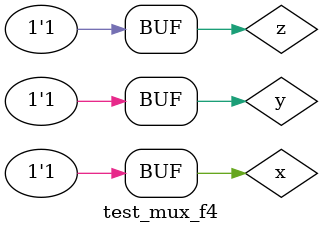
<source format=v>
module mux (output  s1, output s2,
input  x, 
input  y,
input  z,
input  w,
input chave1);
wire t1,t2,t3,t4,n1,n2;

and AND1(t1,x,chave1);
not NOT1(n1,chave1);
and AND2(t2,y,n1);
and AND3(t3,z,chave1);
not NOT2(n2,chave1);
and AND4(t4,w,n2);
or OR1(s1,t1,t2);
or OR2(s2,t3,t4);

endmodule//mux

module f4 (output  s3, output s4,
input  a, 
input  b,
input  chave2);
wire c,d,e,f;
nor NOR1(c,a,b);
or OR1(d,a,b);
nand NAN1(e,a,b);
and AND1(f,a,b);
mux MUX1(s3,s4,c,d,e,f,chave2);

 endmodule // f4
module test_mux_f4; 
// ------------------------- definir dados 
reg x,y,z;  
wire g,h;
f4 modulo1 (g,h,x,y,z);
// ------------------------- parte principal 
initial begin 
$display("Exemplo0033 - Gabriel Luiz M. G. Vieira - 441691"); 
$display("Test LU's module"); 
x = 'b0; y = 'b0; z = 'b0;
// projetar testes do modulo 
#1 $monitor("%3b %3b -Chave- %3b - s3 = %3b  s4 = %3b",x,y,z,g,h);
#1 x = 'b0; y = 'b0;z ='b1;
#1 x = 'b0; y = 'b1;z ='b0;
#1 x = 'b0; y = 'b1;z ='b1;
#1 x = 'b1; y = 'b0;z ='b0;
#1 x = 'b1; y = 'b0;z ='b1;
#1 x = 'b1; y = 'b1;z ='b0;
#1 x = 'b1; y = 'b1;z ='b1;
end 
endmodule // test_f4 
</source>
